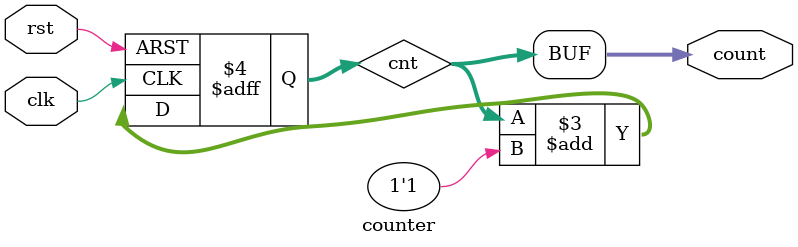
<source format=v>
module counter #(parameter N=8)
    (input wire clk,
		input wire rst,
		output wire [N-1:0] count
		);
   //parameter N=8;
   reg [N-1:0] cnt;
	assign count = cnt;
	
   always @(posedge clk, negedge rst) begin
   if(~rst)
		cnt <= 0;
	else
		cnt <= cnt + 1'b1;
   end
endmodule

</source>
